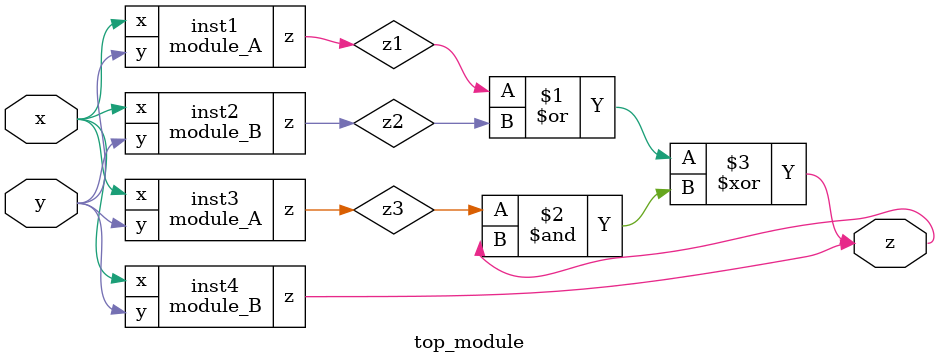
<source format=sv>
module module_A(
    input x,
    input y,
    output z
);
assign z = (x ^ y) & x;
endmodule
module module_B(
    input x,
    input y,
    output z
);
assign z = ~((x ^ y) & x);
endmodule
module top_module(
    input x,
    input y,
    output z
);
wire z1, z2, z3;

module_A inst1 (
    .x(x),
    .y(y),
    .z(z1)
);

module_B inst2 (
    .x(x),
    .y(y),
    .z(z2)
);

module_A inst3 (
    .x(x),
    .y(y),
    .z(z3)
);

module_B inst4 (
    .x(x),
    .y(y),
    .z(z)
);

assign z = (z1 | z2) ^ (z3 & z);
endmodule

</source>
